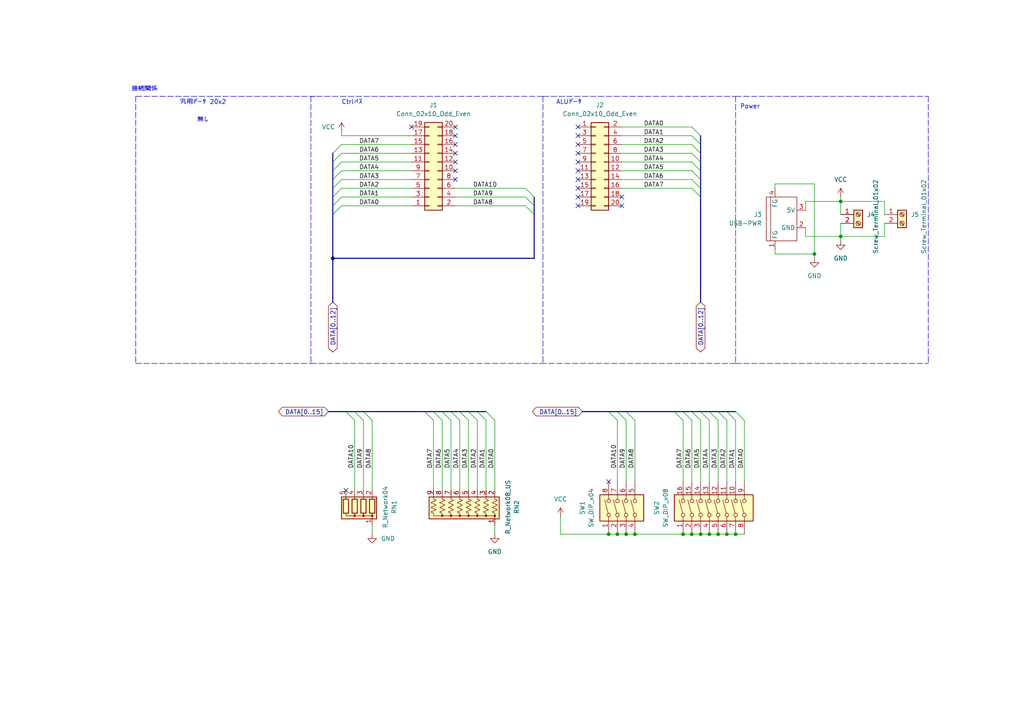
<source format=kicad_sch>
(kicad_sch (version 20211123) (generator eeschema)
  (paper "A4")
  (lib_symbols
    (symbol "Connector:Screw_Terminal_01x02" (pin_names (offset 1.016) hide)
      (property "Reference" "J" (at 0 2.54 0))
      (property "Value" "Screw_Terminal_01x02" (at 0 -5.08 0))
      (symbol "Screw_Terminal_01x02_1_1"
        (rectangle (start -1.27 1.27) (end 1.27 -3.81) (stroke (width 0.254)) (fill (type background)))
        (circle (center 0 -2.54) (radius 0.635) (stroke (width 0.1524)))
        (polyline (pts (xy -0.5334 -2.2098) (xy 0.3302 -3.048)) (stroke (width 0.1524)))
        (polyline (pts (xy -0.5334 0.3302) (xy 0.3302 -0.508)) (stroke (width 0.1524)))
        (polyline (pts (xy -0.3556 -2.032) (xy 0.508 -2.8702)) (stroke (width 0.1524)))
        (polyline (pts (xy -0.3556 0.508) (xy 0.508 -0.3302)) (stroke (width 0.1524)))
        (circle (center 0 0) (radius 0.635) (stroke (width 0.1524)))
        (pin passive line (at -5.08 0 0) (length 3.81) (name "Pin_1") (number "1"))
        (pin passive line (at -5.08 -2.54 0) (length 3.81) (name "Pin_2") (number "2"))
      )
    )
    (symbol "Connector_Generic:Conn_02x10_Odd_Even" (pin_names (offset 1.016) hide)
      (property "Reference" "J" (at 1.27 12.7 0))
      (property "Value" "Conn_02x10_Odd_Even" (at 1.27 -15.24 0))
      (symbol "Conn_02x10_Odd_Even_1_1"
        (rectangle (start -1.27 -12.573) (end 0 -12.827) (stroke (width 0.1524)))
        (rectangle (start -1.27 -10.033) (end 0 -10.287) (stroke (width 0.1524)))
        (rectangle (start -1.27 -7.493) (end 0 -7.747) (stroke (width 0.1524)))
        (rectangle (start -1.27 -4.953) (end 0 -5.207) (stroke (width 0.1524)))
        (rectangle (start -1.27 -2.413) (end 0 -2.667) (stroke (width 0.1524)))
        (rectangle (start -1.27 0.127) (end 0 -0.127) (stroke (width 0.1524)))
        (rectangle (start -1.27 2.667) (end 0 2.413) (stroke (width 0.1524)))
        (rectangle (start -1.27 5.207) (end 0 4.953) (stroke (width 0.1524)))
        (rectangle (start -1.27 7.747) (end 0 7.493) (stroke (width 0.1524)))
        (rectangle (start -1.27 10.287) (end 0 10.033) (stroke (width 0.1524)))
        (rectangle (start -1.27 11.43) (end 3.81 -13.97) (stroke (width 0.254)) (fill (type background)))
        (rectangle (start 3.81 -12.573) (end 2.54 -12.827) (stroke (width 0.1524)))
        (rectangle (start 3.81 -10.033) (end 2.54 -10.287) (stroke (width 0.1524)))
        (rectangle (start 3.81 -7.493) (end 2.54 -7.747) (stroke (width 0.1524)))
        (rectangle (start 3.81 -4.953) (end 2.54 -5.207) (stroke (width 0.1524)))
        (rectangle (start 3.81 -2.413) (end 2.54 -2.667) (stroke (width 0.1524)))
        (rectangle (start 3.81 0.127) (end 2.54 -0.127) (stroke (width 0.1524)))
        (rectangle (start 3.81 2.667) (end 2.54 2.413) (stroke (width 0.1524)))
        (rectangle (start 3.81 5.207) (end 2.54 4.953) (stroke (width 0.1524)))
        (rectangle (start 3.81 7.747) (end 2.54 7.493) (stroke (width 0.1524)))
        (rectangle (start 3.81 10.287) (end 2.54 10.033) (stroke (width 0.1524)))
        (pin passive line (at -5.08 10.16 0) (length 3.81) (name "Pin_1") (number "1"))
        (pin passive line (at 7.62 0 180) (length 3.81) (name "Pin_10") (number "10"))
        (pin passive line (at -5.08 -2.54 0) (length 3.81) (name "Pin_11") (number "11"))
        (pin passive line (at 7.62 -2.54 180) (length 3.81) (name "Pin_12") (number "12"))
        (pin passive line (at -5.08 -5.08 0) (length 3.81) (name "Pin_13") (number "13"))
        (pin passive line (at 7.62 -5.08 180) (length 3.81) (name "Pin_14") (number "14"))
        (pin passive line (at -5.08 -7.62 0) (length 3.81) (name "Pin_15") (number "15"))
        (pin passive line (at 7.62 -7.62 180) (length 3.81) (name "Pin_16") (number "16"))
        (pin passive line (at -5.08 -10.16 0) (length 3.81) (name "Pin_17") (number "17"))
        (pin passive line (at 7.62 -10.16 180) (length 3.81) (name "Pin_18") (number "18"))
        (pin passive line (at -5.08 -12.7 0) (length 3.81) (name "Pin_19") (number "19"))
        (pin passive line (at 7.62 10.16 180) (length 3.81) (name "Pin_2") (number "2"))
        (pin passive line (at 7.62 -12.7 180) (length 3.81) (name "Pin_20") (number "20"))
        (pin passive line (at -5.08 7.62 0) (length 3.81) (name "Pin_3") (number "3"))
        (pin passive line (at 7.62 7.62 180) (length 3.81) (name "Pin_4") (number "4"))
        (pin passive line (at -5.08 5.08 0) (length 3.81) (name "Pin_5") (number "5"))
        (pin passive line (at 7.62 5.08 180) (length 3.81) (name "Pin_6") (number "6"))
        (pin passive line (at -5.08 2.54 0) (length 3.81) (name "Pin_7") (number "7"))
        (pin passive line (at 7.62 2.54 180) (length 3.81) (name "Pin_8") (number "8"))
        (pin passive line (at -5.08 0 0) (length 3.81) (name "Pin_9") (number "9"))
      )
    )
    (symbol "Device:R_Network04" (pin_names (offset 0) hide)
      (property "Reference" "RN" (at -7.62 0 90))
      (property "Value" "R_Network04" (at 5.08 0 90))
      (symbol "R_Network04_0_1"
        (rectangle (start -6.35 -3.175) (end 3.81 3.175) (stroke (width 0.254)) (fill (type background)))
        (rectangle (start -5.842 1.524) (end -4.318 -2.54) (stroke (width 0.254)))
        (circle (center -5.08 2.286) (radius 0.254) (fill (type outline)))
        (rectangle (start -3.302 1.524) (end -1.778 -2.54) (stroke (width 0.254)))
        (circle (center -2.54 2.286) (radius 0.254) (fill (type outline)))
        (rectangle (start -0.762 1.524) (end 0.762 -2.54) (stroke (width 0.254)))
        (polyline (pts (xy -5.08 -2.54) (xy -5.08 -3.81)))
        (polyline (pts (xy -2.54 -2.54) (xy -2.54 -3.81)))
        (polyline (pts (xy 0 -2.54) (xy 0 -3.81)))
        (polyline (pts (xy 2.54 -2.54) (xy 2.54 -3.81)))
        (polyline (pts (xy -5.08 1.524) (xy -5.08 2.286) (xy -2.54 2.286) (xy -2.54 1.524)))
        (polyline (pts (xy -2.54 1.524) (xy -2.54 2.286) (xy 0 2.286) (xy 0 1.524)))
        (polyline (pts (xy 0 1.524) (xy 0 2.286) (xy 2.54 2.286) (xy 2.54 1.524)))
        (circle (center 0 2.286) (radius 0.254) (fill (type outline)))
        (rectangle (start 1.778 1.524) (end 3.302 -2.54) (stroke (width 0.254)))
      )
      (symbol "R_Network04_1_1"
        (pin passive line (at -5.08 5.08 270) (length 2.54) (name "common") (number "1"))
        (pin passive line (at -5.08 -5.08 90) (length 1.27) (name "R1") (number "2"))
        (pin passive line (at -2.54 -5.08 90) (length 1.27) (name "R2") (number "3"))
        (pin passive line (at 0 -5.08 90) (length 1.27) (name "R3") (number "4"))
        (pin passive line (at 2.54 -5.08 90) (length 1.27) (name "R4") (number "5"))
      )
    )
    (symbol "Device:R_Network08_US" (pin_names (offset 0) hide)
      (property "Reference" "RN" (at -12.7 0 90))
      (property "Value" "R_Network08_US" (at 10.16 0 90))
      (symbol "R_Network08_US_0_1"
        (rectangle (start -11.43 -3.175) (end 8.89 3.175) (stroke (width 0.254)) (fill (type background)))
        (circle (center -10.16 2.286) (radius 0.254) (fill (type outline)))
        (circle (center -7.62 2.286) (radius 0.254) (fill (type outline)))
        (circle (center -5.08 2.286) (radius 0.254) (fill (type outline)))
        (circle (center -2.54 2.286) (radius 0.254) (fill (type outline)))
        (polyline (pts (xy -10.16 2.286) (xy 7.62 2.286)))
        (polyline (pts (xy -10.16 2.286) (xy -10.16 1.524) (xy -9.398 1.1684) (xy -10.922 0.508) (xy -9.398 -0.1524) (xy -10.922 -0.8382) (xy -9.398 -1.524) (xy -10.922 -2.1844) (xy -10.16 -2.54) (xy -10.16 -3.81)))
        (polyline (pts (xy -7.62 2.286) (xy -7.62 1.524) (xy -6.858 1.1684) (xy -8.382 0.508) (xy -6.858 -0.1524) (xy -8.382 -0.8382) (xy -6.858 -1.524) (xy -8.382 -2.1844) (xy -7.62 -2.54) (xy -7.62 -3.81)))
        (polyline (pts (xy -5.08 2.286) (xy -5.08 1.524) (xy -4.318 1.1684) (xy -5.842 0.508) (xy -4.318 -0.1524) (xy -5.842 -0.8382) (xy -4.318 -1.524) (xy -5.842 -2.1844) (xy -5.08 -2.54) (xy -5.08 -3.81)))
        (polyline (pts (xy -2.54 2.286) (xy -2.54 1.524) (xy -1.778 1.1684) (xy -3.302 0.508) (xy -1.778 -0.1524) (xy -3.302 -0.8382) (xy -1.778 -1.524) (xy -3.302 -2.1844) (xy -2.54 -2.54) (xy -2.54 -3.81)))
        (polyline (pts (xy 0 2.286) (xy 0 1.524) (xy 0.762 1.1684) (xy -0.762 0.508) (xy 0.762 -0.1524) (xy -0.762 -0.8382) (xy 0.762 -1.524) (xy -0.762 -2.1844) (xy 0 -2.54) (xy 0 -3.81)))
        (polyline (pts (xy 2.54 2.286) (xy 2.54 1.524) (xy 3.302 1.1684) (xy 1.778 0.508) (xy 3.302 -0.1524) (xy 1.778 -0.8382) (xy 3.302 -1.524) (xy 1.778 -2.1844) (xy 2.54 -2.54) (xy 2.54 -3.81)))
        (polyline (pts (xy 5.08 2.286) (xy 5.08 1.524) (xy 5.842 1.1684) (xy 4.318 0.508) (xy 5.842 -0.1524) (xy 4.318 -0.8382) (xy 5.842 -1.524) (xy 4.318 -2.1844) (xy 5.08 -2.54) (xy 5.08 -3.81)))
        (polyline (pts (xy 7.62 2.286) (xy 7.62 1.524) (xy 8.382 1.1684) (xy 6.858 0.508) (xy 8.382 -0.1524) (xy 6.858 -0.8382) (xy 8.382 -1.524) (xy 6.858 -2.1844) (xy 7.62 -2.54) (xy 7.62 -3.81)))
        (circle (center 0 2.286) (radius 0.254) (fill (type outline)))
        (circle (center 2.54 2.286) (radius 0.254) (fill (type outline)))
        (circle (center 5.08 2.286) (radius 0.254) (fill (type outline)))
      )
      (symbol "R_Network08_US_1_1"
        (pin passive line (at -10.16 5.08 270) (length 2.54) (name "common") (number "1"))
        (pin passive line (at -10.16 -5.08 90) (length 1.27) (name "R1") (number "2"))
        (pin passive line (at -7.62 -5.08 90) (length 1.27) (name "R2") (number "3"))
        (pin passive line (at -5.08 -5.08 90) (length 1.27) (name "R3") (number "4"))
        (pin passive line (at -2.54 -5.08 90) (length 1.27) (name "R4") (number "5"))
        (pin passive line (at 0 -5.08 90) (length 1.27) (name "R5") (number "6"))
        (pin passive line (at 2.54 -5.08 90) (length 1.27) (name "R6") (number "7"))
        (pin passive line (at 5.08 -5.08 90) (length 1.27) (name "R7") (number "8"))
        (pin passive line (at 7.62 -5.08 90) (length 1.27) (name "R8") (number "9"))
      )
    )
    (symbol "SW_Board:USB-PWR"
      (property "Reference" "J" (at 0 1.27 0))
      (property "Value" "USB-PWR" (at 0 3.81 0))
      (symbol "USB-PWR_0_0"
        (text "" (at 2.54 -10.16 0) (effects (font (size 1.27 1.27))))
      )
      (symbol "USB-PWR_0_1"
        (rectangle (start -6.35 0) (end 6.35 -8.89))
        (polyline (pts (xy -6.35 -1.27) (xy 6.35 -1.27)))
      )
      (symbol "USB-PWR_1_1"
        (pin passive line (at -8.89 -2.54 0) (length 2.54) (name "FG") (number "1"))
        (pin power_out line (at -2.54 -11.43 90) (length 2.54) (name "GND") (number "2"))
        (pin power_out line (at 2.54 -11.43 90) (length 2.54) (name "5V") (number "3"))
        (pin passive line (at 8.89 -2.54 180) (length 2.54) (name "FG") (number "4"))
      )
    )
    (symbol "Switch:SW_DIP_x04" (pin_names (offset 0) hide)
      (property "Reference" "SW" (at 0 8.89 0))
      (property "Value" "SW_DIP_x04" (at 0 -6.35 0))
      (symbol "SW_DIP_x04_0_0"
        (circle (center -2.032 -2.54) (radius 0.508))
        (circle (center -2.032 0) (radius 0.508))
        (circle (center -2.032 2.54) (radius 0.508))
        (circle (center -2.032 5.08) (radius 0.508))
        (polyline (pts (xy -1.524 -2.3876) (xy 2.3622 -1.3462)))
        (polyline (pts (xy -1.524 0.127) (xy 2.3622 1.1684)))
        (polyline (pts (xy -1.524 2.667) (xy 2.3622 3.7084)))
        (polyline (pts (xy -1.524 5.207) (xy 2.3622 6.2484)))
        (circle (center 2.032 -2.54) (radius 0.508))
        (circle (center 2.032 0) (radius 0.508))
        (circle (center 2.032 2.54) (radius 0.508))
        (circle (center 2.032 5.08) (radius 0.508))
      )
      (symbol "SW_DIP_x04_0_1"
        (rectangle (start -3.81 7.62) (end 3.81 -5.08) (stroke (width 0.254)) (fill (type background)))
      )
      (symbol "SW_DIP_x04_1_1"
        (pin passive line (at -7.62 5.08 0) (length 5.08) (name "~") (number "1"))
        (pin passive line (at -7.62 2.54 0) (length 5.08) (name "~") (number "2"))
        (pin passive line (at -7.62 0 0) (length 5.08) (name "~") (number "3"))
        (pin passive line (at -7.62 -2.54 0) (length 5.08) (name "~") (number "4"))
        (pin passive line (at 7.62 -2.54 180) (length 5.08) (name "~") (number "5"))
        (pin passive line (at 7.62 0 180) (length 5.08) (name "~") (number "6"))
        (pin passive line (at 7.62 2.54 180) (length 5.08) (name "~") (number "7"))
        (pin passive line (at 7.62 5.08 180) (length 5.08) (name "~") (number "8"))
      )
    )
    (symbol "Switch:SW_DIP_x08" (pin_names (offset 0) hide)
      (property "Reference" "SW" (at 0 13.97 0))
      (property "Value" "SW_DIP_x08" (at 0 -11.43 0))
      (symbol "SW_DIP_x08_0_0"
        (circle (center -2.032 -7.62) (radius 0.508))
        (circle (center -2.032 -5.08) (radius 0.508))
        (circle (center -2.032 -2.54) (radius 0.508))
        (circle (center -2.032 0) (radius 0.508))
        (circle (center -2.032 2.54) (radius 0.508))
        (circle (center -2.032 5.08) (radius 0.508))
        (circle (center -2.032 7.62) (radius 0.508))
        (circle (center -2.032 10.16) (radius 0.508))
        (polyline (pts (xy -1.524 -7.4676) (xy 2.3622 -6.4262)))
        (polyline (pts (xy -1.524 -4.9276) (xy 2.3622 -3.8862)))
        (polyline (pts (xy -1.524 -2.3876) (xy 2.3622 -1.3462)))
        (polyline (pts (xy -1.524 0.127) (xy 2.3622 1.1684)))
        (polyline (pts (xy -1.524 2.667) (xy 2.3622 3.7084)))
        (polyline (pts (xy -1.524 5.207) (xy 2.3622 6.2484)))
        (polyline (pts (xy -1.524 7.747) (xy 2.3622 8.7884)))
        (polyline (pts (xy -1.524 10.287) (xy 2.3622 11.3284)))
        (circle (center 2.032 -7.62) (radius 0.508))
        (circle (center 2.032 -5.08) (radius 0.508))
        (circle (center 2.032 -2.54) (radius 0.508))
        (circle (center 2.032 0) (radius 0.508))
        (circle (center 2.032 2.54) (radius 0.508))
        (circle (center 2.032 5.08) (radius 0.508))
        (circle (center 2.032 7.62) (radius 0.508))
        (circle (center 2.032 10.16) (radius 0.508))
      )
      (symbol "SW_DIP_x08_0_1"
        (rectangle (start -3.81 12.7) (end 3.81 -10.16) (stroke (width 0.254)) (fill (type background)))
      )
      (symbol "SW_DIP_x08_1_1"
        (pin passive line (at -7.62 10.16 0) (length 5.08) (name "~") (number "1"))
        (pin passive line (at 7.62 -5.08 180) (length 5.08) (name "~") (number "10"))
        (pin passive line (at 7.62 -2.54 180) (length 5.08) (name "~") (number "11"))
        (pin passive line (at 7.62 0 180) (length 5.08) (name "~") (number "12"))
        (pin passive line (at 7.62 2.54 180) (length 5.08) (name "~") (number "13"))
        (pin passive line (at 7.62 5.08 180) (length 5.08) (name "~") (number "14"))
        (pin passive line (at 7.62 7.62 180) (length 5.08) (name "~") (number "15"))
        (pin passive line (at 7.62 10.16 180) (length 5.08) (name "~") (number "16"))
        (pin passive line (at -7.62 7.62 0) (length 5.08) (name "~") (number "2"))
        (pin passive line (at -7.62 5.08 0) (length 5.08) (name "~") (number "3"))
        (pin passive line (at -7.62 2.54 0) (length 5.08) (name "~") (number "4"))
        (pin passive line (at -7.62 0 0) (length 5.08) (name "~") (number "5"))
        (pin passive line (at -7.62 -2.54 0) (length 5.08) (name "~") (number "6"))
        (pin passive line (at -7.62 -5.08 0) (length 5.08) (name "~") (number "7"))
        (pin passive line (at -7.62 -7.62 0) (length 5.08) (name "~") (number "8"))
        (pin passive line (at 7.62 -7.62 180) (length 5.08) (name "~") (number "9"))
      )
    )
    (symbol "power:GND" (power) (pin_names (offset 0))
      (property "Value" "GND" (at 0 -3.81 0))
      (symbol "GND_0_1"
        (polyline (pts (xy 0 0) (xy 0 -1.27) (xy 1.27 -1.27) (xy 0 -2.54) (xy -1.27 -1.27) (xy 0 -1.27)))
      )
      (symbol "GND_1_1"
        (pin power_in line (at 0 0 270) (length 0) hide (name "GND") (number "1"))
      )
    )
    (symbol "power:VCC" (power) (pin_names (offset 0))
      (property "Value" "VCC" (at 0 3.81 0))
      (symbol "VCC_0_1"
        (polyline (pts (xy -0.762 1.27) (xy 0 2.54)))
        (polyline (pts (xy 0 0) (xy 0 2.54)))
        (polyline (pts (xy 0 2.54) (xy 0.762 1.27)))
      )
      (symbol "VCC_1_1"
        (pin power_in line (at 0 0 90) (length 0) hide (name "VCC") (number "1"))
      )
    )
  )
  (junction (at 96.52 74.93))
  (junction (at 243.84 68.58))
  (junction (at 205.74 154.94))
  (junction (at 176.53 154.94))
  (junction (at 210.82 154.94))
  (junction (at 208.28 154.94))
  (junction (at 203.2 154.94))
  (junction (at 179.07 154.94))
  (junction (at 200.66 154.94))
  (junction (at 236.22 73.66))
  (junction (at 198.12 154.94))
  (junction (at 213.36 154.94))
  (junction (at 243.84 58.42))
  (junction (at 184.15 154.94))
  (junction (at 181.61 154.94))
  (no_connect (at 167.64 59.69))
  (no_connect (at 167.64 54.61))
  (no_connect (at 167.64 46.99))
  (no_connect (at 167.64 52.07))
  (no_connect (at 180.34 57.15))
  (no_connect (at 100.33 142.24))
  (no_connect (at 167.64 57.15))
  (no_connect (at 119.38 36.83))
  (no_connect (at 180.34 59.69))
  (no_connect (at 132.08 46.99))
  (no_connect (at 132.08 49.53))
  (no_connect (at 132.08 41.91))
  (no_connect (at 132.08 44.45))
  (no_connect (at 132.08 52.07))
  (no_connect (at 132.08 39.37))
  (no_connect (at 132.08 36.83))
  (no_connect (at 167.64 39.37))
  (no_connect (at 167.64 41.91))
  (no_connect (at 167.64 36.83))
  (no_connect (at 167.64 44.45))
  (no_connect (at 176.53 139.7))
  (no_connect (at 167.64 49.53))
  (bus_entry (at 200.66 49.53) (size 2.54 2.54))
  (bus_entry (at 96.52 62.23) (size 2.54 -2.54))
  (bus_entry (at 200.66 54.61) (size 2.54 2.54))
  (bus_entry (at 200.66 39.37) (size 2.54 2.54))
  (bus_entry (at 96.52 49.53) (size 2.54 -2.54))
  (bus_entry (at 102.87 121.92) (size -2.54 -2.54))
  (bus_entry (at 96.52 57.15) (size 2.54 -2.54))
  (bus_entry (at 133.35 121.92) (size -2.54 -2.54))
  (bus_entry (at 200.66 46.99) (size 2.54 2.54))
  (bus_entry (at 215.9 121.92) (size -2.54 -2.54))
  (bus_entry (at 96.52 44.45) (size 2.54 -2.54))
  (bus_entry (at 205.74 121.92) (size -2.54 -2.54))
  (bus_entry (at 96.52 52.07) (size 2.54 -2.54))
  (bus_entry (at 152.4 59.69) (size 2.54 2.54))
  (bus_entry (at 200.66 36.83) (size 2.54 2.54))
  (bus_entry (at 200.66 44.45) (size 2.54 2.54))
  (bus_entry (at 203.2 121.92) (size -2.54 -2.54))
  (bus_entry (at 152.4 57.15) (size 2.54 2.54))
  (bus_entry (at 210.82 121.92) (size -2.54 -2.54))
  (bus_entry (at 208.28 121.92) (size -2.54 -2.54))
  (bus_entry (at 179.07 121.92) (size -2.54 -2.54))
  (bus_entry (at 130.81 121.92) (size -2.54 -2.54))
  (bus_entry (at 152.4 54.61) (size 2.54 2.54))
  (bus_entry (at 200.66 121.92) (size -2.54 -2.54))
  (bus_entry (at 96.52 54.61) (size 2.54 -2.54))
  (bus_entry (at 140.97 121.92) (size -2.54 -2.54))
  (bus_entry (at 213.36 121.92) (size -2.54 -2.54))
  (bus_entry (at 143.51 121.92) (size -2.54 -2.54))
  (bus_entry (at 107.95 121.92) (size -2.54 -2.54))
  (bus_entry (at 181.61 121.92) (size -2.54 -2.54))
  (bus_entry (at 184.15 121.92) (size -2.54 -2.54))
  (bus_entry (at 96.52 46.99) (size 2.54 -2.54))
  (bus_entry (at 96.52 59.69) (size 2.54 -2.54))
  (bus_entry (at 128.27 121.92) (size -2.54 -2.54))
  (bus_entry (at 200.66 52.07) (size 2.54 2.54))
  (bus_entry (at 200.66 41.91) (size 2.54 2.54))
  (bus_entry (at 138.43 121.92) (size -2.54 -2.54))
  (bus_entry (at 105.41 121.92) (size -2.54 -2.54))
  (bus_entry (at 135.89 121.92) (size -2.54 -2.54))
  (bus_entry (at 125.73 121.92) (size -2.54 -2.54))
  (bus_entry (at 198.12 121.92) (size -2.54 -2.54))
  (wire (pts (xy 205.74 139.7) (xy 205.74 121.92)))
  (wire (pts (xy 99.06 49.53) (xy 119.38 49.53)))
  (bus (pts (xy 210.82 119.38) (xy 208.28 119.38)))
  (wire (pts (xy 198.12 154.94) (xy 184.15 154.94)))
  (wire (pts (xy 181.61 139.7) (xy 181.61 121.92)))
  (wire (pts (xy 200.66 139.7) (xy 200.66 121.92)))
  (bus (pts (xy 176.53 119.38) (xy 168.91 119.38)))
  (wire (pts (xy 213.36 154.94) (xy 210.82 154.94)))
  (wire (pts (xy 243.84 68.58) (xy 233.68 68.58)))
  (wire (pts (xy 180.34 49.53) (xy 200.66 49.53)))
  (bus (pts (xy 213.36 119.38) (xy 210.82 119.38)))
  (wire (pts (xy 102.87 142.24) (xy 102.87 121.92)))
  (wire (pts (xy 180.34 54.61) (xy 200.66 54.61)))
  (wire (pts (xy 143.51 142.24) (xy 143.51 121.92)))
  (bus (pts (xy 203.2 119.38) (xy 200.66 119.38)))
  (wire (pts (xy 99.06 46.99) (xy 119.38 46.99)))
  (wire (pts (xy 233.68 58.42) (xy 233.68 60.96)))
  (wire (pts (xy 180.34 46.99) (xy 200.66 46.99)))
  (wire (pts (xy 224.79 73.66) (xy 236.22 73.66)))
  (wire (pts (xy 210.82 139.7) (xy 210.82 121.92)))
  (polyline (pts (xy 269.24 27.94) (xy 269.24 105.41)))
  (polyline (pts (xy 157.48 27.94) (xy 157.48 105.41)))
  (wire (pts (xy 210.82 154.94) (xy 208.28 154.94)))
  (wire (pts (xy 99.06 54.61) (xy 119.38 54.61)))
  (wire (pts (xy 243.84 58.42) (xy 243.84 62.23)))
  (wire (pts (xy 205.74 154.94) (xy 203.2 154.94)))
  (bus (pts (xy 154.94 74.93) (xy 96.52 74.93)))
  (bus (pts (xy 96.52 44.45) (xy 96.52 46.99)))
  (bus (pts (xy 133.35 119.38) (xy 130.81 119.38)))
  (wire (pts (xy 180.34 44.45) (xy 200.66 44.45)))
  (bus (pts (xy 96.52 57.15) (xy 96.52 59.69)))
  (wire (pts (xy 180.34 39.37) (xy 200.66 39.37)))
  (wire (pts (xy 99.06 52.07) (xy 119.38 52.07)))
  (bus (pts (xy 203.2 46.99) (xy 203.2 49.53)))
  (wire (pts (xy 181.61 154.94) (xy 179.07 154.94)))
  (bus (pts (xy 203.2 39.37) (xy 203.2 41.91)))
  (wire (pts (xy 243.84 64.77) (xy 243.84 68.58)))
  (wire (pts (xy 243.84 58.42) (xy 256.54 58.42)))
  (bus (pts (xy 208.28 119.38) (xy 205.74 119.38)))
  (bus (pts (xy 181.61 119.38) (xy 179.07 119.38)))
  (bus (pts (xy 140.97 119.38) (xy 138.43 119.38)))
  (wire (pts (xy 215.9 154.94) (xy 213.36 154.94)))
  (bus (pts (xy 100.33 119.38) (xy 95.25 119.38)))
  (wire (pts (xy 243.84 57.15) (xy 243.84 58.42)))
  (bus (pts (xy 138.43 119.38) (xy 135.89 119.38)))
  (bus (pts (xy 203.2 41.91) (xy 203.2 44.45)))
  (wire (pts (xy 203.2 139.7) (xy 203.2 121.92)))
  (wire (pts (xy 243.84 69.85) (xy 243.84 68.58)))
  (bus (pts (xy 203.2 54.61) (xy 203.2 57.15)))
  (wire (pts (xy 208.28 139.7) (xy 208.28 121.92)))
  (bus (pts (xy 154.94 57.15) (xy 154.94 59.69)))
  (wire (pts (xy 138.43 142.24) (xy 138.43 121.92)))
  (wire (pts (xy 107.95 154.94) (xy 107.95 152.4)))
  (bus (pts (xy 105.41 119.38) (xy 102.87 119.38)))
  (polyline (pts (xy 213.36 27.94) (xy 269.24 27.94)))
  (polyline (pts (xy 91.44 27.94) (xy 39.37 27.94)))
  (wire (pts (xy 224.79 54.61) (xy 224.79 53.34)))
  (polyline (pts (xy 90.17 105.41) (xy 157.48 105.41)))
  (wire (pts (xy 99.06 57.15) (xy 119.38 57.15)))
  (bus (pts (xy 128.27 119.38) (xy 125.73 119.38)))
  (wire (pts (xy 162.56 149.86) (xy 162.56 154.94)))
  (wire (pts (xy 128.27 142.24) (xy 128.27 121.92)))
  (wire (pts (xy 180.34 52.07) (xy 200.66 52.07)))
  (wire (pts (xy 99.06 41.91) (xy 119.38 41.91)))
  (bus (pts (xy 154.94 59.69) (xy 154.94 62.23)))
  (wire (pts (xy 133.35 142.24) (xy 133.35 121.92)))
  (wire (pts (xy 233.68 68.58) (xy 233.68 66.04)))
  (bus (pts (xy 96.52 59.69) (xy 96.52 62.23)))
  (wire (pts (xy 236.22 53.34) (xy 236.22 73.66)))
  (bus (pts (xy 96.52 52.07) (xy 96.52 54.61)))
  (bus (pts (xy 198.12 119.38) (xy 200.66 119.38)))
  (bus (pts (xy 130.81 119.38) (xy 128.27 119.38)))
  (wire (pts (xy 140.97 142.24) (xy 140.97 121.92)))
  (polyline (pts (xy 213.36 27.94) (xy 213.36 105.41)))
  (wire (pts (xy 215.9 139.7) (xy 215.9 121.92)))
  (wire (pts (xy 132.08 57.15) (xy 152.4 57.15)))
  (bus (pts (xy 203.2 57.15) (xy 203.2 87.63)))
  (wire (pts (xy 125.73 142.24) (xy 125.73 121.92)))
  (wire (pts (xy 130.81 142.24) (xy 130.81 121.92)))
  (bus (pts (xy 154.94 62.23) (xy 154.94 74.93)))
  (bus (pts (xy 135.89 119.38) (xy 133.35 119.38)))
  (bus (pts (xy 123.19 119.38) (xy 105.41 119.38)))
  (bus (pts (xy 195.58 119.38) (xy 181.61 119.38)))
  (wire (pts (xy 243.84 58.42) (xy 233.68 58.42)))
  (polyline (pts (xy 39.37 105.41) (xy 90.17 105.41)))
  (wire (pts (xy 99.06 59.69) (xy 119.38 59.69)))
  (wire (pts (xy 99.06 38.1) (xy 99.06 39.37)))
  (polyline (pts (xy 90.17 27.94) (xy 90.17 105.41)))
  (wire (pts (xy 176.53 154.94) (xy 162.56 154.94)))
  (wire (pts (xy 256.54 62.23) (xy 256.54 58.42)))
  (bus (pts (xy 203.2 52.07) (xy 203.2 54.61)))
  (wire (pts (xy 236.22 73.66) (xy 236.22 74.93)))
  (wire (pts (xy 99.06 39.37) (xy 119.38 39.37)))
  (wire (pts (xy 143.51 154.94) (xy 143.51 152.4)))
  (wire (pts (xy 208.28 154.94) (xy 205.74 154.94)))
  (bus (pts (xy 96.52 54.61) (xy 96.52 57.15)))
  (wire (pts (xy 184.15 154.94) (xy 181.61 154.94)))
  (bus (pts (xy 198.12 119.38) (xy 195.58 119.38)))
  (polyline (pts (xy 213.36 105.41) (xy 157.48 105.41)))
  (bus (pts (xy 96.52 46.99) (xy 96.52 49.53)))
  (bus (pts (xy 102.87 119.38) (xy 100.33 119.38)))
  (polyline (pts (xy 213.36 105.41) (xy 269.24 105.41)))
  (wire (pts (xy 203.2 154.94) (xy 200.66 154.94)))
  (polyline (pts (xy 39.37 27.94) (xy 39.37 105.41)))
  (wire (pts (xy 132.08 54.61) (xy 152.4 54.61)))
  (bus (pts (xy 205.74 119.38) (xy 203.2 119.38)))
  (bus (pts (xy 203.2 44.45) (xy 203.2 46.99)))
  (wire (pts (xy 179.07 139.7) (xy 179.07 121.92)))
  (wire (pts (xy 200.66 154.94) (xy 198.12 154.94)))
  (bus (pts (xy 96.52 62.23) (xy 96.52 74.93)))
  (polyline (pts (xy 157.48 27.94) (xy 90.17 27.94)))
  (wire (pts (xy 105.41 142.24) (xy 105.41 121.92)))
  (wire (pts (xy 184.15 139.7) (xy 184.15 121.92)))
  (wire (pts (xy 107.95 142.24) (xy 107.95 121.92)))
  (wire (pts (xy 213.36 139.7) (xy 213.36 121.92)))
  (wire (pts (xy 224.79 53.34) (xy 236.22 53.34)))
  (wire (pts (xy 224.79 72.39) (xy 224.79 73.66)))
  (wire (pts (xy 198.12 139.7) (xy 198.12 121.92)))
  (bus (pts (xy 125.73 119.38) (xy 123.19 119.38)))
  (wire (pts (xy 99.06 44.45) (xy 119.38 44.45)))
  (wire (pts (xy 132.08 59.69) (xy 152.4 59.69)))
  (bus (pts (xy 179.07 119.38) (xy 176.53 119.38)))
  (wire (pts (xy 135.89 142.24) (xy 135.89 121.92)))
  (wire (pts (xy 180.34 41.91) (xy 200.66 41.91)))
  (bus (pts (xy 96.52 49.53) (xy 96.52 52.07)))
  (wire (pts (xy 180.34 36.83) (xy 200.66 36.83)))
  (wire (pts (xy 243.84 68.58) (xy 256.54 68.58)))
  (wire (pts (xy 179.07 154.94) (xy 176.53 154.94)))
  (wire (pts (xy 256.54 64.77) (xy 256.54 68.58)))
  (bus (pts (xy 203.2 49.53) (xy 203.2 52.07)))
  (bus (pts (xy 96.52 74.93) (xy 96.52 87.63)))
  (polyline (pts (xy 157.48 27.94) (xy 213.36 27.94)))
  (text "接続関係" (at 38.1 26.67 0) (effects (font (size 1.27 1.27)) (justify left bottom)))
  (text "無し" (at 57.15 35.56 0) (effects (font (size 1.27 1.27)) (justify left bottom)))
  (text "Ctrlバス" (at 99.06 30.48 0) (effects (font (size 1.27 1.27)) (justify left bottom)))
  (text "汎用データ 20x2" (at 52.07 30.48 0) (effects (font (size 1.27 1.27)) (justify left bottom)))
  (text "Power" (at 214.63 31.75 0) (effects (font (size 1.27 1.27)) (justify left bottom)))
  (text "ALUデータ" (at 161.29 30.48 0) (effects (font (size 1.27 1.27)) (justify left bottom)))
  (label "DATA9" (at 181.61 135.89 90))
  (label "DATA10" (at 137.16 54.61 0))
  (label "DATA5" (at 203.2 135.89 90))
  (label "DATA2" (at 104.14 54.61 0))
  (label "DATA1" (at 186.69 39.37 0))
  (label "DATA10" (at 102.87 135.89 90))
  (label "DATA0" (at 215.9 135.89 90))
  (label "DATA8" (at 184.15 135.89 90))
  (label "DATA0" (at 186.69 36.83 0))
  (label "DATA1" (at 104.14 57.15 0))
  (label "DATA6" (at 200.66 135.89 90))
  (label "DATA7" (at 104.14 41.91 0))
  (label "DATA6" (at 104.14 44.45 0))
  (label "DATA7" (at 186.69 54.61 0))
  (label "DATA2" (at 186.69 41.91 0))
  (label "DATA4" (at 186.69 46.99 0))
  (label "DATA8" (at 137.16 59.69 0))
  (label "DATA4" (at 104.14 49.53 0))
  (label "DATA7" (at 125.73 135.89 90))
  (label "DATA6" (at 128.27 135.89 90))
  (label "DATA0" (at 143.51 135.89 90))
  (label "DATA6" (at 186.69 52.07 0))
  (label "DATA4" (at 205.74 135.89 90))
  (label "DATA2" (at 210.82 135.89 90))
  (label "DATA9" (at 137.16 57.15 0))
  (label "DATA3" (at 186.69 44.45 0))
  (label "DATA3" (at 208.28 135.89 90))
  (label "DATA7" (at 198.12 135.89 90))
  (label "DATA3" (at 135.89 135.89 90))
  (label "DATA0" (at 104.14 59.69 0))
  (label "DATA2" (at 138.43 135.89 90))
  (label "DATA5" (at 130.81 135.89 90))
  (label "DATA4" (at 133.35 135.89 90))
  (label "DATA5" (at 104.14 46.99 0))
  (label "DATA1" (at 213.36 135.89 90))
  (label "DATA8" (at 107.95 135.89 90))
  (label "DATA1" (at 140.97 135.89 90))
  (label "DATA9" (at 105.41 135.89 90))
  (label "DATA3" (at 104.14 52.07 0))
  (label "DATA5" (at 186.69 49.53 0))
  (label "DATA10" (at 179.07 135.89 90))
  (global_label "DATA[0..15]" (shape bidirectional) (at 168.91 119.38 180) (property "Intersheet References" "${INTERSHEET_REFS}" (effects hide)))
  (global_label "DATA[0..12]" (shape bidirectional) (at 96.52 87.63 270) (property "Intersheet References" "${INTERSHEET_REFS}" (effects hide)))
  (global_label "DATA[0..12]" (shape bidirectional) (at 203.2 87.63 270) (property "Intersheet References" "${INTERSHEET_REFS}" (effects hide)))
  (global_label "DATA[0..15]" (shape bidirectional) (at 95.25 119.38 180) (property "Intersheet References" "${INTERSHEET_REFS}" (effects hide)))
  (symbol (lib_id "SW_Board:USB-PWR") (at 222.25 63.5 90) (unit 1)
    (property "Reference" "J3" (at 220.98 62.2299 90) (effects (justify left)))
    (property "Value" "USB-PWR" (at 220.98 64.7699 90) (effects (justify left)))
    (property "Footprint" "SW_Board:USB-PWR" (effects hide))
  )
  (symbol (lib_id "Connector:Screw_Terminal_01x02") (at 261.62 62.23 0) (unit 1)
    (property "Reference" "J5" (at 264.16 62.2299 0) (effects (justify left)))
    (property "Value" "Screw_Terminal_01x02" (at 267.97 73.66 90) (effects (justify left)))
    (property "Footprint" "TerminalBlock:TerminalBlock_bornier-2_P5.08mm" (effects hide))
  )
  (symbol (lib_id "power:GND") (at 236.22 74.93 0) (unit 1)
    (property "Reference" "#PWR05" (effects hide))
    (property "Value" "GND" (at 236.22 80.01 0))
  )
  (symbol (lib_id "power:VCC") (at 162.56 149.86 0) (unit 1)
    (property "Reference" "#PWR04" (effects hide))
    (property "Value" "VCC" (at 162.56 144.78 0))
  )
  (symbol (lib_id "Device:R_Network08_US") (at 133.35 147.32 180) (unit 1)
    (property "Reference" "RN2" (at 149.86 147.066 90))
    (property "Value" "R_Network08_US" (at 147.32 147.066 90))
    (property "Footprint" "Resistor_THT:R_Array_SIP9" (effects hide))
    (property "Datasheet" "http://www.vishay.com/docs/31509/csc.pdf" (effects hide))
  )
  (symbol (lib_id "power:VCC") (at 99.06 38.1 0) (unit 1)
    (property "Reference" "#PWR01" (effects hide))
    (property "Value" "VCC" (at 95.25 36.83 0))
  )
  (symbol (lib_id "power:GND") (at 143.51 154.94 0) (mirror y) (unit 1)
    (property "Reference" "#PWR03" (effects hide))
    (property "Value" "GND" (at 143.51 160.02 0))
  )
  (symbol (lib_id "Switch:SW_DIP_x04") (at 181.61 147.32 90) (unit 1)
    (property "Reference" "SW1" (at 168.91 147.32 0))
    (property "Value" "SW_DIP_x04" (at 171.45 147.32 0))
    (property "Footprint" "Button_Switch_THT:SW_DIP_SPSTx04_Slide_6.7x11.72mm_W7.62mm_P2.54mm_LowProfile" (effects hide))
  )
  (symbol (lib_id "power:VCC") (at 243.84 57.15 0) (unit 1)
    (property "Reference" "#PWR06" (effects hide))
    (property "Value" "VCC" (at 243.84 52.07 0))
  )
  (symbol (lib_id "power:GND") (at 243.84 69.85 0) (unit 1)
    (property "Reference" "#PWR07" (effects hide))
    (property "Value" "GND" (at 243.84 74.93 0))
  )
  (symbol (lib_id "Device:R_Network04") (at 102.87 147.32 180) (unit 1)
    (property "Reference" "RN1" (at 114.3 147.066 90))
    (property "Value" "R_Network04" (at 111.76 147.066 90))
    (property "Footprint" "Resistor_THT:R_Array_SIP5" (effects hide))
    (property "Datasheet" "http://www.vishay.com/docs/31509/csc.pdf" (effects hide))
  )
  (symbol (lib_id "Connector_Generic:Conn_02x10_Odd_Even") (at 124.46 49.53 0) (mirror x) (unit 1)
    (property "Reference" "J1" (at 125.73 30.48 0))
    (property "Value" "Conn_02x10_Odd_Even" (at 125.73 33.02 0))
    (property "Footprint" "Connector_PinHeader_2.54mm:PinHeader_2x10_P2.54mm_Vertical" (effects hide))
  )
  (symbol (lib_id "Switch:SW_DIP_x08") (at 208.28 147.32 90) (unit 1)
    (property "Reference" "SW2" (at 190.5 147.32 0))
    (property "Value" "SW_DIP_x08" (at 193.04 147.32 0))
    (property "Footprint" "Button_Switch_THT:SW_DIP_SPSTx08_Slide_6.7x21.88mm_W7.62mm_P2.54mm_LowProfile" (effects hide))
  )
  (symbol (lib_id "power:GND") (at 107.95 154.94 0) (mirror y) (unit 1)
    (property "Reference" "#PWR02" (effects hide))
    (property "Value" "GND" (at 110.49 156.2099 0) (effects (justify right)))
  )
  (symbol (lib_id "Connector_Generic:Conn_02x10_Odd_Even") (at 172.72 46.99 0) (unit 1)
    (property "Reference" "J2" (at 173.99 30.48 0))
    (property "Value" "Conn_02x10_Odd_Even" (at 173.99 33.02 0))
    (property "Footprint" "Connector_PinHeader_2.54mm:PinHeader_2x10_P2.54mm_Vertical" (effects hide))
  )
  (symbol (lib_id "Connector:Screw_Terminal_01x02") (at 248.92 62.23 0) (unit 1)
    (property "Reference" "J4" (at 251.46 62.2299 0) (effects (justify left)))
    (property "Value" "Screw_Terminal_01x02" (at 254 73.66 90) (effects (justify left)))
    (property "Footprint" "TerminalBlock:TerminalBlock_bornier-2_P5.08mm" (effects hide))
  )
)
</source>
